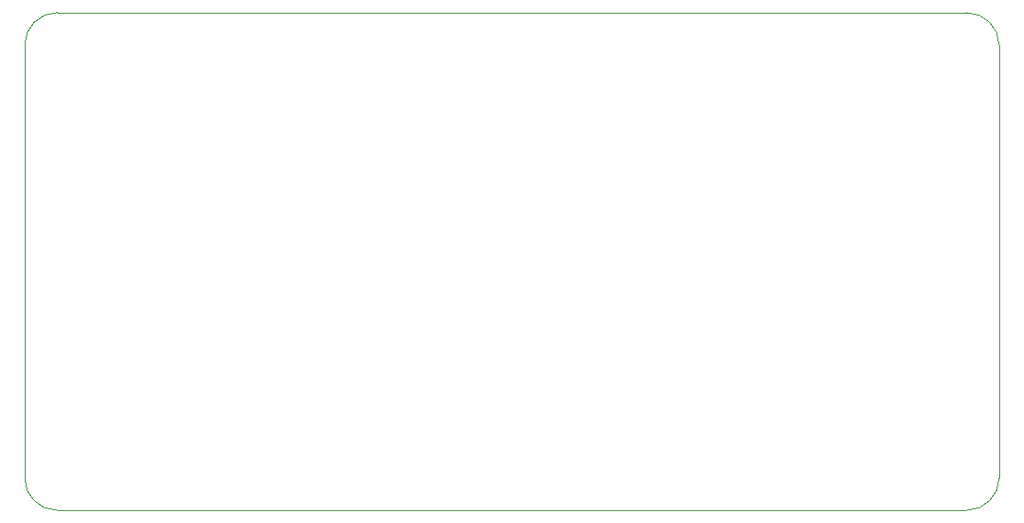
<source format=gm1>
G04 #@! TF.GenerationSoftware,KiCad,Pcbnew,5.1.4-e60b266~84~ubuntu18.04.1*
G04 #@! TF.CreationDate,2019-08-27T16:16:23+05:30*
G04 #@! TF.ProjectId,senseCam_Adapter_rev1,73656e73-6543-4616-9d5f-416461707465,rev?*
G04 #@! TF.SameCoordinates,Original*
G04 #@! TF.FileFunction,Profile,NP*
%FSLAX46Y46*%
G04 Gerber Fmt 4.6, Leading zero omitted, Abs format (unit mm)*
G04 Created by KiCad (PCBNEW 5.1.4-e60b266~84~ubuntu18.04.1) date 2019-08-27 16:16:23*
%MOMM*%
%LPD*%
G04 APERTURE LIST*
%ADD10C,0.050000*%
G04 APERTURE END LIST*
D10*
X100000000Y-53000000D02*
G75*
G02X97000000Y-56000000I-3000000J0D01*
G01*
X97000000Y-10000000D02*
G75*
G02X100000000Y-13000000I0J-3000000D01*
G01*
X10000000Y-13000000D02*
G75*
G02X13000000Y-10000000I3000000J0D01*
G01*
X13000000Y-56000000D02*
G75*
G02X10000000Y-53000000I0J3000000D01*
G01*
X97000000Y-10000000D02*
X13000000Y-10000000D01*
X100000000Y-53000000D02*
X100000000Y-13000000D01*
X13000000Y-56000000D02*
X97000000Y-56000000D01*
X10000000Y-13000000D02*
X10000000Y-53000000D01*
M02*

</source>
